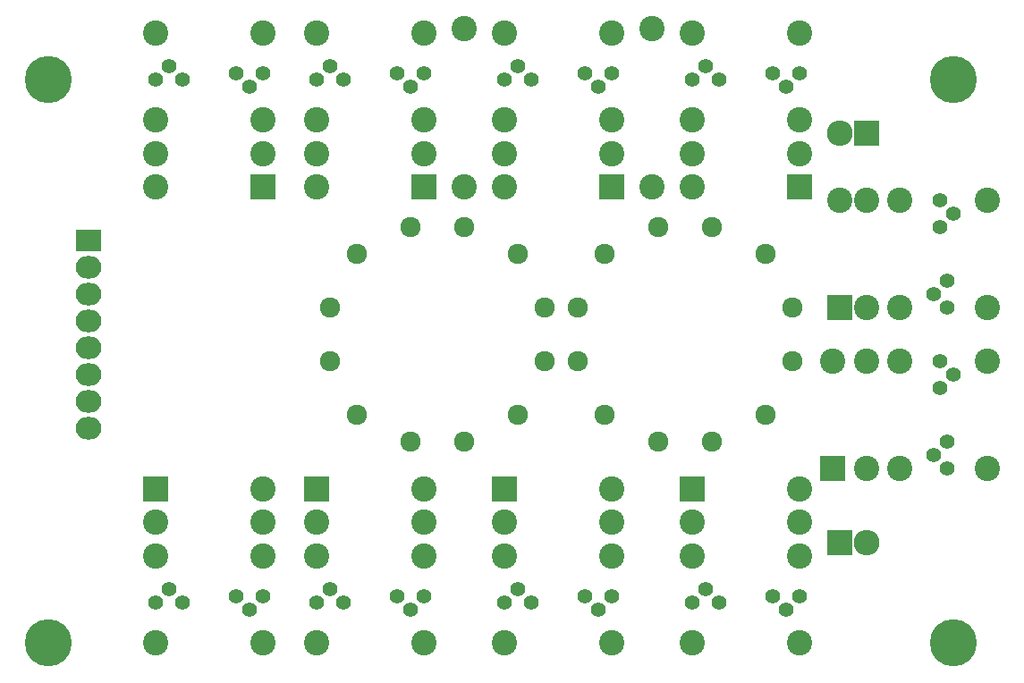
<source format=gts>
G04 #@! TF.FileFunction,Soldermask,Top*
%FSLAX46Y46*%
G04 Gerber Fmt 4.6, Leading zero omitted, Abs format (unit mm)*
G04 Created by KiCad (PCBNEW 4.0.2+e4-6225~38~ubuntu15.10.1-stable) date Son 24 Jul 2016 14:48:10 CEST*
%MOMM*%
G01*
G04 APERTURE LIST*
%ADD10C,0.100000*%
%ADD11C,2.398980*%
%ADD12R,2.432000X2.432000*%
%ADD13O,2.432000X2.432000*%
%ADD14R,2.432000X2.127200*%
%ADD15O,2.432000X2.127200*%
%ADD16R,2.398980X2.398980*%
%ADD17C,1.924000*%
%ADD18C,1.400760*%
%ADD19C,4.464000*%
G04 APERTURE END LIST*
D10*
D11*
X108585000Y-102235000D03*
X98425000Y-102235000D03*
X144145000Y-52705000D03*
X133985000Y-52705000D03*
X98425000Y-60960000D03*
X108585000Y-60960000D03*
D12*
X147955000Y-100965000D03*
D13*
X150495000Y-100965000D03*
D14*
X76835000Y-72390000D03*
D15*
X76835000Y-74930000D03*
X76835000Y-77470000D03*
X76835000Y-80010000D03*
X76835000Y-82550000D03*
X76835000Y-85090000D03*
X76835000Y-87630000D03*
X76835000Y-90170000D03*
D11*
X98425000Y-110490000D03*
X108585000Y-110490000D03*
X116205000Y-60960000D03*
X126365000Y-60960000D03*
X126365000Y-52705000D03*
X116205000Y-52705000D03*
X144145000Y-102235000D03*
X133985000Y-102235000D03*
X133985000Y-110490000D03*
X144145000Y-110490000D03*
X108585000Y-52705000D03*
X98425000Y-52705000D03*
X153670000Y-83820000D03*
X153670000Y-93980000D03*
X161925000Y-93980000D03*
X161925000Y-83820000D03*
X83185000Y-60960000D03*
X93345000Y-60960000D03*
X93345000Y-52705000D03*
X83185000Y-52705000D03*
X93345000Y-102235000D03*
X83185000Y-102235000D03*
X83185000Y-110490000D03*
X93345000Y-110490000D03*
X126365000Y-102235000D03*
X116205000Y-102235000D03*
X116205000Y-110490000D03*
X126365000Y-110490000D03*
X153670000Y-68580000D03*
X153670000Y-78740000D03*
X161925000Y-78740000D03*
X161925000Y-68580000D03*
D12*
X150495000Y-62230000D03*
D13*
X147955000Y-62230000D03*
D11*
X133985000Y-60960000D03*
X144145000Y-60960000D03*
X130175000Y-67310000D03*
X130175000Y-52310000D03*
X112395000Y-67310000D03*
X112395000Y-52310000D03*
X108585000Y-95882460D03*
D16*
X98425000Y-95882460D03*
D11*
X116205000Y-67312540D03*
D16*
X126365000Y-67312540D03*
D11*
X144145000Y-95882460D03*
D16*
X133985000Y-95882460D03*
D11*
X133985000Y-67312540D03*
D16*
X144145000Y-67312540D03*
D11*
X98425000Y-67312540D03*
D16*
X108585000Y-67312540D03*
D11*
X147317460Y-83820000D03*
D16*
X147317460Y-93980000D03*
D11*
X83185000Y-67312540D03*
D16*
X93345000Y-67312540D03*
D11*
X93345000Y-95882460D03*
D16*
X83185000Y-95882460D03*
D11*
X126365000Y-95882460D03*
D16*
X116205000Y-95882460D03*
D11*
X147952460Y-68580000D03*
D16*
X147952460Y-78740000D03*
D11*
X116205000Y-64135000D03*
X126365000Y-64135000D03*
X108585000Y-99060000D03*
X98425000Y-99060000D03*
X144145000Y-99060000D03*
X133985000Y-99060000D03*
X133985000Y-64135000D03*
X144145000Y-64135000D03*
X98425000Y-64135000D03*
X108585000Y-64135000D03*
X150495000Y-83820000D03*
X150495000Y-93980000D03*
X83185000Y-64135000D03*
X93345000Y-64135000D03*
X93345000Y-99060000D03*
X83185000Y-99060000D03*
X126365000Y-99060000D03*
X116205000Y-99060000D03*
X150495000Y-68580000D03*
X150495000Y-78740000D03*
D17*
X99695000Y-78740000D03*
X99695000Y-83820000D03*
X102235000Y-88900000D03*
X120015000Y-83820000D03*
X120015000Y-78740000D03*
X117475000Y-73660000D03*
X112395000Y-71120000D03*
X107315000Y-71120000D03*
X102235000Y-73660000D03*
X107315000Y-91440000D03*
X112395000Y-91440000D03*
X117475000Y-88900000D03*
X123190000Y-78740000D03*
X123190000Y-83820000D03*
X125730000Y-88900000D03*
X143510000Y-83820000D03*
X143510000Y-78740000D03*
X140970000Y-73660000D03*
X135890000Y-71120000D03*
X130810000Y-71120000D03*
X125730000Y-73660000D03*
X130810000Y-91440000D03*
X135890000Y-91440000D03*
X140970000Y-88900000D03*
D18*
X99695000Y-105410000D03*
X100965000Y-106680000D03*
X98425000Y-106680000D03*
X125095000Y-57785000D03*
X123825000Y-56515000D03*
X126365000Y-56515000D03*
X107315000Y-107315000D03*
X106045000Y-106045000D03*
X108585000Y-106045000D03*
X117475000Y-55880000D03*
X118745000Y-57150000D03*
X116205000Y-57150000D03*
X135255000Y-105410000D03*
X136525000Y-106680000D03*
X133985000Y-106680000D03*
X142875000Y-57785000D03*
X141605000Y-56515000D03*
X144145000Y-56515000D03*
X142875000Y-107315000D03*
X141605000Y-106045000D03*
X144145000Y-106045000D03*
X135255000Y-55880000D03*
X136525000Y-57150000D03*
X133985000Y-57150000D03*
X107315000Y-57785000D03*
X106045000Y-56515000D03*
X108585000Y-56515000D03*
X99695000Y-55880000D03*
X100965000Y-57150000D03*
X98425000Y-57150000D03*
X156845000Y-92710000D03*
X158115000Y-91440000D03*
X158115000Y-93980000D03*
X158750000Y-85090000D03*
X157480000Y-86360000D03*
X157480000Y-83820000D03*
X92075000Y-57785000D03*
X90805000Y-56515000D03*
X93345000Y-56515000D03*
X84455000Y-55880000D03*
X85725000Y-57150000D03*
X83185000Y-57150000D03*
X84455000Y-105410000D03*
X85725000Y-106680000D03*
X83185000Y-106680000D03*
X92075000Y-107315000D03*
X90805000Y-106045000D03*
X93345000Y-106045000D03*
X117475000Y-105410000D03*
X118745000Y-106680000D03*
X116205000Y-106680000D03*
X125095000Y-107315000D03*
X123825000Y-106045000D03*
X126365000Y-106045000D03*
X156845000Y-77470000D03*
X158115000Y-76200000D03*
X158115000Y-78740000D03*
X158750000Y-69850000D03*
X157480000Y-71120000D03*
X157480000Y-68580000D03*
D19*
X158750000Y-57150000D03*
X158750000Y-110490000D03*
X73025000Y-57150000D03*
X73025000Y-110490000D03*
M02*

</source>
